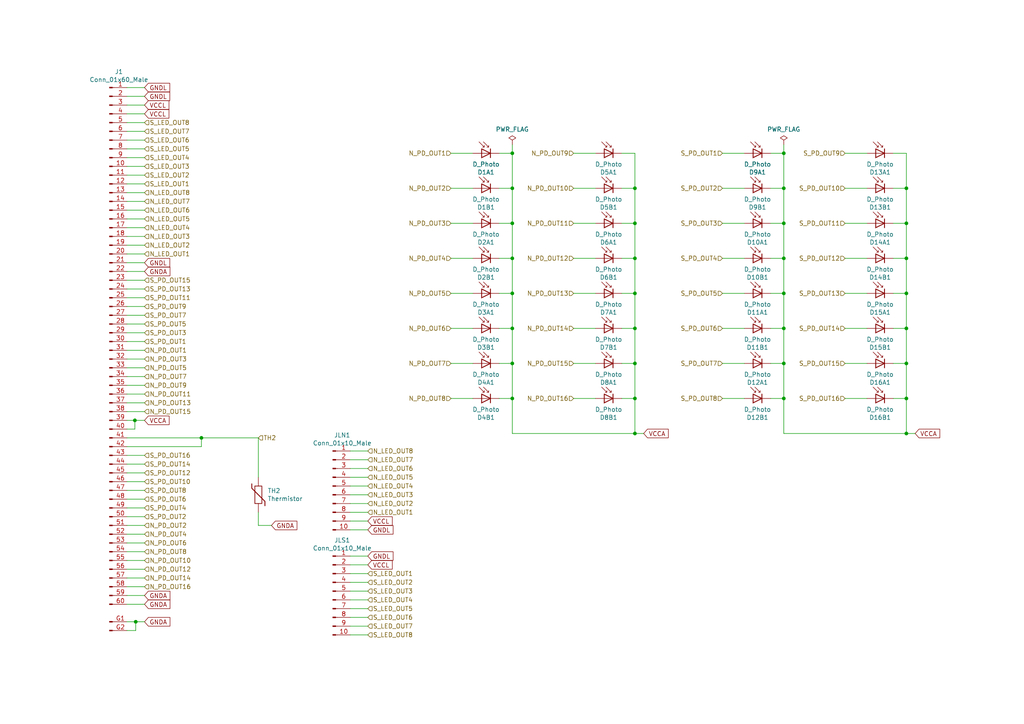
<source format=kicad_sch>
(kicad_sch (version 20211123) (generator eeschema)
  (paper "A4")
  (lib_symbols
    (symbol "Connector:Conn_01x10_Male" (pin_names (offset 1.016) hide)
      (property "Reference" "J" (at 0 12.7 0))
      (property "Value" "Conn_01x10_Male" (at 0 -15.24 0))
      (symbol "Conn_01x10_Male_1_1"
        (polyline (pts (xy 1.27 -12.7) (xy 0.8636 -12.7)) (stroke (width 0.1524)))
        (polyline (pts (xy 1.27 -10.16) (xy 0.8636 -10.16)) (stroke (width 0.1524)))
        (polyline (pts (xy 1.27 -7.62) (xy 0.8636 -7.62)) (stroke (width 0.1524)))
        (polyline (pts (xy 1.27 -5.08) (xy 0.8636 -5.08)) (stroke (width 0.1524)))
        (polyline (pts (xy 1.27 -2.54) (xy 0.8636 -2.54)) (stroke (width 0.1524)))
        (polyline (pts (xy 1.27 0) (xy 0.8636 0)) (stroke (width 0.1524)))
        (polyline (pts (xy 1.27 2.54) (xy 0.8636 2.54)) (stroke (width 0.1524)))
        (polyline (pts (xy 1.27 5.08) (xy 0.8636 5.08)) (stroke (width 0.1524)))
        (polyline (pts (xy 1.27 7.62) (xy 0.8636 7.62)) (stroke (width 0.1524)))
        (polyline (pts (xy 1.27 10.16) (xy 0.8636 10.16)) (stroke (width 0.1524)))
        (rectangle (start 0.8636 -12.573) (end 0 -12.827) (stroke (width 0.1524)) (fill (type outline)))
        (rectangle (start 0.8636 -10.033) (end 0 -10.287) (stroke (width 0.1524)) (fill (type outline)))
        (rectangle (start 0.8636 -7.493) (end 0 -7.747) (stroke (width 0.1524)) (fill (type outline)))
        (rectangle (start 0.8636 -4.953) (end 0 -5.207) (stroke (width 0.1524)) (fill (type outline)))
        (rectangle (start 0.8636 -2.413) (end 0 -2.667) (stroke (width 0.1524)) (fill (type outline)))
        (rectangle (start 0.8636 0.127) (end 0 -0.127) (stroke (width 0.1524)) (fill (type outline)))
        (rectangle (start 0.8636 2.667) (end 0 2.413) (stroke (width 0.1524)) (fill (type outline)))
        (rectangle (start 0.8636 5.207) (end 0 4.953) (stroke (width 0.1524)) (fill (type outline)))
        (rectangle (start 0.8636 7.747) (end 0 7.493) (stroke (width 0.1524)) (fill (type outline)))
        (rectangle (start 0.8636 10.287) (end 0 10.033) (stroke (width 0.1524)) (fill (type outline)))
        (pin passive line (at 5.08 10.16 180) (length 3.81) (name "Pin_1") (number "1"))
        (pin passive line (at 5.08 -12.7 180) (length 3.81) (name "Pin_10") (number "10"))
        (pin passive line (at 5.08 7.62 180) (length 3.81) (name "Pin_2") (number "2"))
        (pin passive line (at 5.08 5.08 180) (length 3.81) (name "Pin_3") (number "3"))
        (pin passive line (at 5.08 2.54 180) (length 3.81) (name "Pin_4") (number "4"))
        (pin passive line (at 5.08 0 180) (length 3.81) (name "Pin_5") (number "5"))
        (pin passive line (at 5.08 -2.54 180) (length 3.81) (name "Pin_6") (number "6"))
        (pin passive line (at 5.08 -5.08 180) (length 3.81) (name "Pin_7") (number "7"))
        (pin passive line (at 5.08 -7.62 180) (length 3.81) (name "Pin_8") (number "8"))
        (pin passive line (at 5.08 -10.16 180) (length 3.81) (name "Pin_9") (number "9"))
      )
    )
    (symbol "Device:D_Photo" (pin_numbers hide) (pin_names hide)
      (property "Reference" "D" (at 0.508 1.778 0))
      (property "Value" "D_Photo" (at -1.016 -2.794 0))
      (symbol "D_Photo_0_1"
        (polyline (pts (xy -2.54 1.27) (xy -2.54 -1.27)) (stroke (width 0.254)))
        (polyline (pts (xy -2.032 1.778) (xy -1.524 1.778)))
        (polyline (pts (xy 0 0) (xy -2.54 0)))
        (polyline (pts (xy -0.508 3.302) (xy -2.032 1.778) (xy -2.032 2.286)))
        (polyline (pts (xy 0 -1.27) (xy 0 1.27) (xy -2.54 0) (xy 0 -1.27)) (stroke (width 0.254)))
        (polyline (pts (xy 0.762 3.302) (xy -0.762 1.778) (xy -0.762 2.286) (xy -0.762 1.778) (xy -0.254 1.778)))
      )
      (symbol "D_Photo_1_1"
        (pin passive line (at -5.08 0 0) (length 2.54) (name "K") (number "1"))
        (pin passive line (at 2.54 0 180) (length 2.54) (name "A") (number "2"))
      )
    )
    (symbol "Device:Thermistor" (pin_numbers hide) (pin_names (offset 0))
      (property "Reference" "TH" (at 2.54 1.27 90))
      (property "Value" "Thermistor" (at -2.54 0 90))
      (symbol "Thermistor_0_1"
        (rectangle (start -1.016 2.54) (end 1.016 -2.54) (stroke (width 0.2032)))
        (polyline (pts (xy -1.905 3.175) (xy -1.905 1.905) (xy 1.905 -1.905) (xy 1.905 -3.175) (xy 1.905 -3.175)) (stroke (width 0.254)))
      )
      (symbol "Thermistor_1_1"
        (pin passive line (at 0 5.08 270) (length 2.54) (name "~") (number "1"))
        (pin passive line (at 0 -5.08 90) (length 2.54) (name "~") (number "2"))
      )
    )
    (symbol "Ninja-qPCR:Conn_01x60_Male" (pin_names (offset 1.016) hide)
      (property "Reference" "J" (at 0 50.8 0))
      (property "Value" "Conn_01x60_Male" (at 1.27 -113.03 0))
      (symbol "Conn_01x60_Male_1_1"
        (polyline (pts (xy 1.27 -109.22) (xy 0.8636 -109.22)) (stroke (width 0.1524)))
        (polyline (pts (xy 1.27 -106.68) (xy 0.8636 -106.68)) (stroke (width 0.1524)))
        (polyline (pts (xy 1.27 -101.6) (xy 0.8636 -101.6)) (stroke (width 0.1524)))
        (polyline (pts (xy 1.27 -99.06) (xy 0.8636 -99.06)) (stroke (width 0.1524)))
        (polyline (pts (xy 1.27 -96.52) (xy 0.8636 -96.52)) (stroke (width 0.1524)))
        (polyline (pts (xy 1.27 -93.98) (xy 0.8636 -93.98)) (stroke (width 0.1524)))
        (polyline (pts (xy 1.27 -91.44) (xy 0.8636 -91.44)) (stroke (width 0.1524)))
        (polyline (pts (xy 1.27 -88.9) (xy 0.8636 -88.9)) (stroke (width 0.1524)))
        (polyline (pts (xy 1.27 -86.36) (xy 0.8636 -86.36)) (stroke (width 0.1524)))
        (polyline (pts (xy 1.27 -83.82) (xy 0.8636 -83.82)) (stroke (width 0.1524)))
        (polyline (pts (xy 1.27 -81.28) (xy 0.8636 -81.28)) (stroke (width 0.1524)))
        (polyline (pts (xy 1.27 -78.74) (xy 0.8636 -78.74)) (stroke (width 0.1524)))
        (polyline (pts (xy 1.27 -76.2) (xy 0.8636 -76.2)) (stroke (width 0.1524)))
        (polyline (pts (xy 1.27 -73.66) (xy 0.8636 -73.66)) (stroke (width 0.1524)))
        (polyline (pts (xy 1.27 -71.12) (xy 0.8636 -71.12)) (stroke (width 0.1524)))
        (polyline (pts (xy 1.27 -68.58) (xy 0.8636 -68.58)) (stroke (width 0.1524)))
        (polyline (pts (xy 1.27 -66.04) (xy 0.8636 -66.04)) (stroke (width 0.1524)))
        (polyline (pts (xy 1.27 -63.5) (xy 0.8636 -63.5)) (stroke (width 0.1524)))
        (polyline (pts (xy 1.27 -60.96) (xy 0.8636 -60.96)) (stroke (width 0.1524)))
        (polyline (pts (xy 1.27 -58.42) (xy 0.8636 -58.42)) (stroke (width 0.1524)))
        (polyline (pts (xy 1.27 -55.88) (xy 0.8636 -55.88)) (stroke (width 0.1524)))
        (polyline (pts (xy 1.27 -53.34) (xy 0.8636 -53.34)) (stroke (width 0.1524)))
        (polyline (pts (xy 1.27 -50.8) (xy 0.8636 -50.8)) (stroke (width 0.1524)))
        (polyline (pts (xy 1.27 -48.26) (xy 0.8636 -48.26)) (stroke (width 0.1524)))
        (polyline (pts (xy 1.27 -45.72) (xy 0.8636 -45.72)) (stroke (width 0.1524)))
        (polyline (pts (xy 1.27 -43.18) (xy 0.8636 -43.18)) (stroke (width 0.1524)))
        (polyline (pts (xy 1.27 -40.64) (xy 0.8636 -40.64)) (stroke (width 0.1524)))
        (polyline (pts (xy 1.27 -38.1) (xy 0.8636 -38.1)) (stroke (width 0.1524)))
        (polyline (pts (xy 1.27 -35.56) (xy 0.8636 -35.56)) (stroke (width 0.1524)))
        (polyline (pts (xy 1.27 -33.02) (xy 0.8636 -33.02)) (stroke (width 0.1524)))
        (polyline (pts (xy 1.27 -30.48) (xy 0.8636 -30.48)) (stroke (width 0.1524)))
        (polyline (pts (xy 1.27 -27.94) (xy 0.8636 -27.94)) (stroke (width 0.1524)))
        (polyline (pts (xy 1.27 -25.4) (xy 0.8636 -25.4)) (stroke (width 0.1524)))
        (polyline (pts (xy 1.27 -22.86) (xy 0.8636 -22.86)) (stroke (width 0.1524)))
        (polyline (pts (xy 1.27 -20.32) (xy 0.8636 -20.32)) (stroke (width 0.1524)))
        (polyline (pts (xy 1.27 -17.78) (xy 0.8636 -17.78)) (stroke (width 0.1524)))
        (polyline (pts (xy 1.27 -15.24) (xy 0.8636 -15.24)) (stroke (width 0.1524)))
        (polyline (pts (xy 1.27 -12.7) (xy 0.8636 -12.7)) (stroke (width 0.1524)))
        (polyline (pts (xy 1.27 -10.16) (xy 0.8636 -10.16)) (stroke (width 0.1524)))
        (polyline (pts (xy 1.27 -7.62) (xy 0.8636 -7.62)) (stroke (width 0.1524)))
        (polyline (pts (xy 1.27 -5.08) (xy 0.8636 -5.08)) (stroke (width 0.1524)))
        (polyline (pts (xy 1.27 -2.54) (xy 0.8636 -2.54)) (stroke (width 0.1524)))
        (polyline (pts (xy 1.27 0) (xy 0.8636 0)) (stroke (width 0.1524)))
        (polyline (pts (xy 1.27 2.54) (xy 0.8636 2.54)) (stroke (width 0.1524)))
        (polyline (pts (xy 1.27 5.08) (xy 0.8636 5.08)) (stroke (width 0.1524)))
        (polyline (pts (xy 1.27 7.62) (xy 0.8636 7.62)) (stroke (width 0.1524)))
        (polyline (pts (xy 1.27 10.16) (xy 0.8636 10.16)) (stroke (width 0.1524)))
        (polyline (pts (xy 1.27 12.7) (xy 0.8636 12.7)) (stroke (width 0.1524)))
        (polyline (pts (xy 1.27 15.24) (xy 0.8636 15.24)) (stroke (width 0.1524)))
        (polyline (pts (xy 1.27 17.78) (xy 0.8636 17.78)) (stroke (width 0.1524)))
        (polyline (pts (xy 1.27 20.32) (xy 0.8636 20.32)) (stroke (width 0.1524)))
        (polyline (pts (xy 1.27 22.86) (xy 0.8636 22.86)) (stroke (width 0.1524)))
        (polyline (pts (xy 1.27 25.4) (xy 0.8636 25.4)) (stroke (width 0.1524)))
        (polyline (pts (xy 1.27 27.94) (xy 0.8636 27.94)) (stroke (width 0.1524)))
        (polyline (pts (xy 1.27 30.48) (xy 0.8636 30.48)) (stroke (width 0.1524)))
        (polyline (pts (xy 1.27 33.02) (xy 0.8636 33.02)) (stroke (width 0.1524)))
        (polyline (pts (xy 1.27 35.56) (xy 0.8636 35.56)) (stroke (width 0.1524)))
        (polyline (pts (xy 1.27 38.1) (xy 0.8636 38.1)) (stroke (width 0.1524)))
        (polyline (pts (xy 1.27 40.64) (xy 0.8636 40.64)) (stroke (width 0.1524)))
        (polyline (pts (xy 1.27 43.18) (xy 0.8636 43.18)) (stroke (width 0.1524)))
        (polyline (pts (xy 1.27 45.72) (xy 0.8636 45.72)) (stroke (width 0.1524)))
        (polyline (pts (xy 1.27 48.26) (xy 0.8636 48.26)) (stroke (width 0.1524)))
        (rectangle (start 0.8636 -109.093) (end 0 -109.347) (stroke (width 0.1524)) (fill (type outline)))
        (rectangle (start 0.8636 -106.553) (end 0 -106.807) (stroke (width 0.1524)) (fill (type outline)))
        (rectangle (start 0.8636 -101.473) (end 0 -101.727) (stroke (width 0.1524)) (fill (type outline)))
        (rectangle (start 0.8636 -98.933) (end 0 -99.187) (stroke (width 0.1524)) (fill (type outline)))
        (rectangle (start 0.8636 -96.393) (end 0 -96.647) (stroke (width 0.1524)) (fill (type outline)))
        (rectangle (start 0.8636 -93.853) (end 0 -94.107) (stroke (width 0.1524)) (fill (type outline)))
        (rectangle (start 0.8636 -91.313) (end 0 -91.567) (stroke (width 0.1524)) (fill (type outline)))
        (rectangle (start 0.8636 -88.773) (end 0 -89.027) (stroke (width 0.1524)) (fill (type outline)))
        (rectangle (start 0.8636 -86.233) (end 0 -86.487) (stroke (width 0.1524)) (fill (type outline)))
        (rectangle (start 0.8636 -83.693) (end 0 -83.947) (stroke (width 0.1524)) (fill (type outline)))
        (rectangle (start 0.8636 -81.153) (end 0 -81.407) (stroke (width 0.1524)) (fill (type outline)))
        (rectangle (start 0.8636 -78.613) (end 0 -78.867) (stroke (width 0.1524)) (fill (type outline)))
        (rectangle (start 0.8636 -76.073) (end 0 -76.327) (stroke (width 0.1524)) (fill (type outline)))
        (rectangle (start 0.8636 -73.533) (end 0 -73.787) (stroke (width 0.1524)) (fill (type outline)))
        (rectangle (start 0.8636 -70.993) (end 0 -71.247) (stroke (width 0.1524)) (fill (type outline)))
        (rectangle (start 0.8636 -68.453) (end 0 -68.707) (stroke (width 0.1524)) (fill (type outline)))
        (rectangle (start 0.8636 -65.913) (end 0 -66.167) (stroke (width 0.1524)) (fill (type outline)))
        (rectangle (start 0.8636 -63.373) (end 0 -63.627) (stroke (width 0.1524)) (fill (type outline)))
        (rectangle (start 0.8636 -60.833) (end 0 -61.087) (stroke (width 0.1524)) (fill (type outline)))
        (rectangle (start 0.8636 -58.293) (end 0 -58.547) (stroke (width 0.1524)) (fill (type outline)))
        (rectangle (start 0.8636 -55.753) (end 0 -56.007) (stroke (width 0.1524)) (fill (type outline)))
        (rectangle (start 0.8636 -53.213) (end 0 -53.467) (stroke (width 0.1524)) (fill (type outline)))
        (rectangle (start 0.8636 -50.673) (end 0 -50.927) (stroke (width 0.1524)) (fill (type outline)))
        (rectangle (start 0.8636 -48.133) (end 0 -48.387) (stroke (width 0.1524)) (fill (type outline)))
        (rectangle (start 0.8636 -45.593) (end 0 -45.847) (stroke (width 0.1524)) (fill (type outline)))
        (rectangle (start 0.8636 -43.053) (end 0 -43.307) (stroke (width 0.1524)) (fill (type outline)))
        (rectangle (start 0.8636 -40.513) (end 0 -40.767) (stroke (width 0.1524)) (fill (type outline)))
        (rectangle (start 0.8636 -37.973) (end 0 -38.227) (stroke (width 0.1524)) (fill (type outline)))
        (rectangle (start 0.8636 -35.433) (end 0 -35.687) (stroke (width 0.1524)) (fill (type outline)))
        (rectangle (start 0.8636 -32.893) (end 0 -33.147) (stroke (width 0.1524)) (fill (type outline)))
        (rectangle (start 0.8636 -30.353) (end 0 -30.607) (stroke (width 0.1524)) (fill (type outline)))
        (rectangle (start 0.8636 -27.813) (end 0 -28.067) (stroke (width 0.1524)) (fill (type outline)))
        (rectangle (start 0.8636 -25.273) (end 0 -25.527) (stroke (width 0.1524)) (fill (type outline)))
        (rectangle (start 0.8636 -22.733) (end 0 -22.987) (stroke (width 0.1524)) (fill (type outline)))
        (rectangle (start 0.8636 -20.193) (end 0 -20.447) (stroke (width 0.1524)) (fill (type outline)))
        (rectangle (start 0.8636 -17.653) (end 0 -17.907) (stroke (width 0.1524)) (fill (type outline)))
        (rectangle (start 0.8636 -15.113) (end 0 -15.367) (stroke (width 0.1524)) (fill (type outline)))
        (rectangle (start 0.8636 -12.573) (end 0 -12.827) (stroke (width 0.1524)) (fill (type outline)))
        (rectangle (start 0.8636 -10.033) (end 0 -10.287) (stroke (width 0.1524)) (fill (type outline)))
        (rectangle (start 0.8636 -7.493) (end 0 -7.747) (stroke (width 0.1524)) (fill (type outline)))
        (rectangle (start 0.8636 -4.953) (end 0 -5.207) (stroke (width 0.1524)) (fill (type outline)))
        (rectangle (start 0.8636 -2.413) (end 0 -2.667) (stroke (width 0.1524)) (fill (type outline)))
        (rectangle (start 0.8636 0.127) (end 0 -0.127) (stroke (width 0.1524)) (fill (type outline)))
        (rectangle (start 0.8636 2.667) (end 0 2.413) (stroke (width 0.1524)) (fill (type outline)))
        (rectangle (start 0.8636 5.207) (end 0 4.953) (stroke (width 0.1524)) (fill (type outline)))
        (rectangle (start 0.8636 7.747) (end 0 7.493) (stroke (width 0.1524)) (fill (type outline)))
        (rectangle (start 0.8636 10.287) (end 0 10.033) (stroke (width 0.1524)) (fill (type outline)))
        (rectangle (start 0.8636 12.827) (end 0 12.573) (stroke (width 0.1524)) (fill (type outline)))
        (rectangle (start 0.8636 15.367) (end 0 15.113) (stroke (width 0.1524)) (fill (type outline)))
        (rectangle (start 0.8636 17.907) (end 0 17.653) (stroke (width 0.1524)) (fill (type outline)))
        (rectangle (start 0.8636 20.447) (end 0 20.193) (stroke (width 0.1524)) (fill (type outline)))
        (rectangle (start 0.8636 22.987) (end 0 22.733) (stroke (width 0.1524)) (fill (type outline)))
        (rectangle (start 0.8636 25.527) (end 0 25.273) (stroke (width 0.1524)) (fill (type outline)))
        (rectangle (start 0.8636 28.067) (end 0 27.813) (stroke (width 0.1524)) (fill (type outline)))
        (rectangle (start 0.8636 30.607) (end 0 30.353) (stroke (width 0.1524)) (fill (type outline)))
        (rectangle (start 0.8636 33.147) (end 0 32.893) (stroke (width 0.1524)) (fill (type outline)))
        (rectangle (start 0.8636 35.687) (end 0 35.433) (stroke (width 0.1524)) (fill (type outline)))
        (rectangle (start 0.8636 38.227) (end 0 37.973) (stroke (width 0.1524)) (fill (type outline)))
        (rectangle (start 0.8636 40.767) (end 0 40.513) (stroke (width 0.1524)) (fill (type outline)))
        (rectangle (start 0.8636 43.307) (end 0 43.053) (stroke (width 0.1524)) (fill (type outline)))
        (rectangle (start 0.8636 45.847) (end 0 45.593) (stroke (width 0.1524)) (fill (type outline)))
        (rectangle (start 0.8636 48.387) (end 0 48.133) (stroke (width 0.1524)) (fill (type outline)))
        (pin passive line (at 5.08 48.26 180) (length 3.81) (name "Pin_1") (number "1"))
        (pin passive line (at 5.08 25.4 180) (length 3.81) (name "Pin_10") (number "10"))
        (pin passive line (at 5.08 22.86 180) (length 3.81) (name "Pin_11") (number "11"))
        (pin passive line (at 5.08 20.32 180) (length 3.81) (name "Pin_12") (number "12"))
        (pin passive line (at 5.08 17.78 180) (length 3.81) (name "Pin_13") (number "13"))
        (pin passive line (at 5.08 15.24 180) (length 3.81) (name "Pin_14") (number "14"))
        (pin passive line (at 5.08 12.7 180) (length 3.81) (name "Pin_15") (number "15"))
        (pin passive line (at 5.08 10.16 180) (length 3.81) (name "Pin_16") (number "16"))
        (pin passive line (at 5.08 7.62 180) (length 3.81) (name "Pin_17") (number "17"))
        (pin passive line (at 5.08 5.08 180) (length 3.81) (name "Pin_18") (number "18"))
        (pin passive line (at 5.08 2.54 180) (length 3.81) (name "Pin_19") (number "19"))
        (pin passive line (at 5.08 45.72 180) (length 3.81) (name "Pin_2") (number "2"))
        (pin passive line (at 5.08 0 180) (length 3.81) (name "Pin_20") (number "20"))
        (pin passive line (at 5.08 -2.54 180) (length 3.81) (name "Pin_21") (number "21"))
        (pin passive line (at 5.08 -5.08 180) (length 3.81) (name "Pin_22") (number "22"))
        (pin passive line (at 5.08 -7.62 180) (length 3.81) (name "Pin_23") (number "23"))
        (pin passive line (at 5.08 -10.16 180) (length 3.81) (name "Pin_24") (number "24"))
        (pin passive line (at 5.08 -12.7 180) (length 3.81) (name "Pin_25") (number "25"))
        (pin passive line (at 5.08 -15.24 180) (length 3.81) (name "Pin_26") (number "26"))
        (pin passive line (at 5.08 -17.78 180) (length 3.81) (name "Pin_27") (number "27"))
        (pin passive line (at 5.08 -20.32 180) (length 3.81) (name "Pin_28") (number "28"))
        (pin passive line (at 5.08 -22.86 180) (length 3.81) (name "Pin_29") (number "29"))
        (pin passive line (at 5.08 43.18 180) (length 3.81) (name "Pin_3") (number "3"))
        (pin passive line (at 5.08 -25.4 180) (length 3.81) (name "Pin_30") (number "30"))
        (pin passive line (at 5.08 -27.94 180) (length 3.81) (name "Pin_31") (number "31"))
        (pin passive line (at 5.08 -30.48 180) (length 3.81) (name "Pin_32") (number "32"))
        (pin passive line (at 5.08 -33.02 180) (length 3.81) (name "Pin_33") (number "33"))
        (pin passive line (at 5.08 -35.56 180) (length 3.81) (name "Pin_34") (number "34"))
        (pin passive line (at 5.08 -38.1 180) (length 3.81) (name "Pin_35") (number "35"))
        (pin passive line (at 5.08 -40.64 180) (length 3.81) (name "Pin_36") (number "36"))
        (pin passive line (at 5.08 -43.18 180) (length 3.81) (name "Pin_37") (number "37"))
        (pin passive line (at 5.08 -45.72 180) (length 3.81) (name "Pin_38") (number "38"))
        (pin passive line (at 5.08 -48.26 180) (length 3.81) (name "Pin_39") (number "39"))
        (pin passive line (at 5.08 40.64 180) (length 3.81) (name "Pin_4") (number "4"))
        (pin passive line (at 5.08 -50.8 180) (length 3.81) (name "Pin_40") (number "40"))
        (pin passive line (at 5.08 -53.34 180) (length 3.81) (name "Pin_41") (number "41"))
        (pin passive line (at 5.08 -55.88 180) (length 3.81) (name "Pin_42") (number "42"))
        (pin passive line (at 5.08 -58.42 180) (length 3.81) (name "Pin_43") (number "43"))
        (pin passive line (at 5.08 -60.96 180) (length 3.81) (name "Pin_44") (number "44"))
        (pin passive line (at 5.08 -63.5 180) (length 3.81) (name "Pin_45") (number "45"))
        (pin passive line (at 5.08 -66.04 180) (length 3.81) (name "Pin_46") (number "46"))
        (pin passive line (at 5.08 -68.58 180) (length 3.81) (name "Pin_47") (number "47"))
        (pin passive line (at 5.08 -71.12 180) (length 3.81) (name "Pin_48") (number "48"))
        (pin passive line (at 5.08 -73.66 180) (length 3.81) (name "Pin_49") (number "49"))
        (pin passive line (at 5.08 38.1 180) (length 3.81) (name "Pin_5") (number "5"))
        (pin passive line (at 5.08 -76.2 180) (length 3.81) (name "Pin_50") (number "50"))
        (pin passive line (at 5.08 -78.74 180) (length 3.81) (name "Pin_51") (number "51"))
        (pin passive line (at 5.08 -81.28 180) (length 3.81) (name "Pin_52") (number "52"))
        (pin passive line (at 5.08 -83.82 180) (length 3.81) (name "Pin_53") (number "53"))
        (pin passive line (at 5.08 -86.36 180) (length 3.81) (name "Pin_54") (number "54"))
        (pin passive line (at 5.08 -88.9 180) (length 3.81) (name "Pin_55") (number "55"))
        (pin passive line (at 5.08 -91.44 180) (length 3.81) (name "Pin_56") (number "56"))
        (pin passive line (at 5.08 -93.98 180) (length 3.81) (name "Pin_57") (number "57"))
        (pin passive line (at 5.08 -96.52 180) (length 3.81) (name "Pin_58") (number "58"))
        (pin passive line (at 5.08 -99.06 180) (length 3.81) (name "Pin_59") (number "59"))
        (pin passive line (at 5.08 35.56 180) (length 3.81) (name "Pin_6") (number "6"))
        (pin passive line (at 5.08 -101.6 180) (length 3.81) (name "Pin_60") (number "60"))
        (pin passive line (at 5.08 33.02 180) (length 3.81) (name "Pin_7") (number "7"))
        (pin passive line (at 5.08 30.48 180) (length 3.81) (name "Pin_8") (number "8"))
        (pin passive line (at 5.08 27.94 180) (length 3.81) (name "Pin_9") (number "9"))
        (pin passive line (at 5.08 -106.68 180) (length 3.81) (name "Pin_G1") (number "G1"))
        (pin passive line (at 5.08 -109.22 180) (length 3.81) (name "Pin_G2") (number "G2"))
      )
    )
    (symbol "power:PWR_FLAG" (power) (pin_numbers hide) (pin_names (offset 0) hide)
      (property "Value" "PWR_FLAG" (at 0 3.81 0))
      (symbol "PWR_FLAG_0_0"
        (pin power_out line (at 0 0 90) (length 0) (name "pwr") (number "1"))
      )
      (symbol "PWR_FLAG_0_1"
        (polyline (pts (xy 0 0) (xy 0 1.27) (xy -1.016 1.905) (xy 0 2.54) (xy 1.016 1.905) (xy 0 1.27)))
      )
    )
  )
  (junction (at 227.33 74.93))
  (junction (at 262.89 54.61))
  (junction (at 262.89 95.25))
  (junction (at 184.15 74.93))
  (junction (at 184.15 54.61))
  (junction (at 262.89 125.73))
  (junction (at 262.89 74.93))
  (junction (at 148.59 105.41))
  (junction (at 262.89 115.57))
  (junction (at 148.59 95.25))
  (junction (at 227.33 115.57))
  (junction (at 227.33 95.25))
  (junction (at 58.42 127))
  (junction (at 148.59 44.45))
  (junction (at 148.59 54.61))
  (junction (at 184.15 115.57))
  (junction (at 39.37 180.34))
  (junction (at 184.15 64.77))
  (junction (at 227.33 54.61))
  (junction (at 262.89 85.09))
  (junction (at 184.15 85.09))
  (junction (at 148.59 74.93))
  (junction (at 227.33 105.41))
  (junction (at 227.33 44.45))
  (junction (at 227.33 64.77))
  (junction (at 148.59 115.57))
  (junction (at 262.89 105.41))
  (junction (at 148.59 64.77))
  (junction (at 184.15 125.73))
  (junction (at 184.15 105.41))
  (junction (at 227.33 85.09))
  (junction (at 184.15 95.25))
  (junction (at 39.116 121.92))
  (junction (at 262.89 64.77))
  (junction (at 148.59 85.09))
  (wire (pts (xy 36.83 63.5) (xy 41.91 63.5)))
  (wire (pts (xy 36.83 73.66) (xy 41.91 73.66)))
  (wire (pts (xy 166.37 64.77) (xy 172.72 64.77)))
  (wire (pts (xy 39.116 121.92) (xy 41.91 121.92)))
  (wire (pts (xy 36.83 157.48) (xy 41.91 157.48)))
  (wire (pts (xy 74.93 148.59) (xy 74.93 152.4)))
  (wire (pts (xy 39.37 182.88) (xy 39.37 180.34)))
  (wire (pts (xy 106.68 168.91) (xy 101.6 168.91)))
  (wire (pts (xy 166.37 85.09) (xy 172.72 85.09)))
  (wire (pts (xy 227.33 54.61) (xy 227.33 64.77)))
  (wire (pts (xy 180.34 64.77) (xy 184.15 64.77)))
  (wire (pts (xy 209.55 54.61) (xy 215.9 54.61)))
  (wire (pts (xy 180.34 74.93) (xy 184.15 74.93)))
  (wire (pts (xy 41.91 165.1) (xy 36.83 165.1)))
  (wire (pts (xy 148.59 54.61) (xy 148.59 64.77)))
  (wire (pts (xy 259.08 44.45) (xy 262.89 44.45)))
  (wire (pts (xy 223.52 85.09) (xy 227.33 85.09)))
  (wire (pts (xy 58.42 127) (xy 74.93 127)))
  (wire (pts (xy 144.78 74.93) (xy 148.59 74.93)))
  (wire (pts (xy 184.15 95.25) (xy 184.15 105.41)))
  (wire (pts (xy 166.37 54.61) (xy 172.72 54.61)))
  (wire (pts (xy 41.91 114.3) (xy 36.83 114.3)))
  (wire (pts (xy 101.6 133.35) (xy 106.68 133.35)))
  (wire (pts (xy 41.91 170.18) (xy 36.83 170.18)))
  (wire (pts (xy 106.68 184.15) (xy 101.6 184.15)))
  (wire (pts (xy 144.78 64.77) (xy 148.59 64.77)))
  (wire (pts (xy 245.11 85.09) (xy 251.46 85.09)))
  (wire (pts (xy 144.78 44.45) (xy 148.59 44.45)))
  (wire (pts (xy 36.83 162.56) (xy 41.91 162.56)))
  (wire (pts (xy 227.33 74.93) (xy 227.33 85.09)))
  (wire (pts (xy 259.08 115.57) (xy 262.89 115.57)))
  (wire (pts (xy 144.78 85.09) (xy 148.59 85.09)))
  (wire (pts (xy 36.83 106.68) (xy 41.91 106.68)))
  (wire (pts (xy 148.59 44.45) (xy 148.59 54.61)))
  (wire (pts (xy 36.83 27.94) (xy 41.91 27.94)))
  (wire (pts (xy 227.33 85.09) (xy 227.33 95.25)))
  (wire (pts (xy 39.116 124.46) (xy 39.116 121.92)))
  (wire (pts (xy 36.83 124.46) (xy 39.116 124.46)))
  (wire (pts (xy 209.55 85.09) (xy 215.9 85.09)))
  (wire (pts (xy 36.83 45.72) (xy 41.91 45.72)))
  (wire (pts (xy 262.89 95.25) (xy 262.89 105.41)))
  (wire (pts (xy 36.83 147.32) (xy 41.91 147.32)))
  (wire (pts (xy 223.52 74.93) (xy 227.33 74.93)))
  (wire (pts (xy 36.83 58.42) (xy 41.91 58.42)))
  (wire (pts (xy 36.83 43.18) (xy 41.91 43.18)))
  (wire (pts (xy 36.83 68.58) (xy 41.91 68.58)))
  (wire (pts (xy 36.83 76.2) (xy 41.91 76.2)))
  (wire (pts (xy 36.83 182.88) (xy 39.37 182.88)))
  (wire (pts (xy 209.55 64.77) (xy 215.9 64.77)))
  (wire (pts (xy 41.91 139.7) (xy 36.83 139.7)))
  (wire (pts (xy 106.68 140.97) (xy 101.6 140.97)))
  (wire (pts (xy 74.93 127) (xy 74.93 138.43)))
  (wire (pts (xy 36.83 33.02) (xy 41.91 33.02)))
  (wire (pts (xy 184.15 105.41) (xy 184.15 115.57)))
  (wire (pts (xy 144.78 95.25) (xy 148.59 95.25)))
  (wire (pts (xy 130.81 85.09) (xy 137.16 85.09)))
  (wire (pts (xy 148.59 64.77) (xy 148.59 74.93)))
  (wire (pts (xy 184.15 44.45) (xy 184.15 54.61)))
  (wire (pts (xy 180.34 115.57) (xy 184.15 115.57)))
  (wire (pts (xy 166.37 95.25) (xy 172.72 95.25)))
  (wire (pts (xy 36.83 137.16) (xy 41.91 137.16)))
  (wire (pts (xy 74.93 152.4) (xy 78.74 152.4)))
  (wire (pts (xy 106.68 146.05) (xy 101.6 146.05)))
  (wire (pts (xy 223.52 115.57) (xy 227.33 115.57)))
  (wire (pts (xy 41.91 149.86) (xy 36.83 149.86)))
  (wire (pts (xy 148.59 115.57) (xy 148.59 125.73)))
  (wire (pts (xy 184.15 115.57) (xy 184.15 125.73)))
  (wire (pts (xy 36.83 167.64) (xy 41.91 167.64)))
  (wire (pts (xy 259.08 54.61) (xy 262.89 54.61)))
  (wire (pts (xy 209.55 105.41) (xy 215.9 105.41)))
  (wire (pts (xy 36.83 142.24) (xy 41.91 142.24)))
  (wire (pts (xy 101.6 143.51) (xy 106.68 143.51)))
  (wire (pts (xy 180.34 95.25) (xy 184.15 95.25)))
  (wire (pts (xy 245.11 44.45) (xy 251.46 44.45)))
  (wire (pts (xy 36.83 121.92) (xy 39.116 121.92)))
  (wire (pts (xy 36.83 175.26) (xy 41.91 175.26)))
  (wire (pts (xy 144.78 115.57) (xy 148.59 115.57)))
  (wire (pts (xy 209.55 74.93) (xy 215.9 74.93)))
  (wire (pts (xy 41.91 160.02) (xy 36.83 160.02)))
  (wire (pts (xy 36.83 180.34) (xy 39.37 180.34)))
  (wire (pts (xy 101.6 153.67) (xy 106.68 153.67)))
  (wire (pts (xy 36.83 60.96) (xy 41.91 60.96)))
  (wire (pts (xy 144.78 105.41) (xy 148.59 105.41)))
  (wire (pts (xy 36.83 53.34) (xy 41.91 53.34)))
  (wire (pts (xy 101.6 138.43) (xy 106.68 138.43)))
  (wire (pts (xy 259.08 85.09) (xy 262.89 85.09)))
  (wire (pts (xy 106.68 130.81) (xy 101.6 130.81)))
  (wire (pts (xy 41.91 134.62) (xy 36.83 134.62)))
  (wire (pts (xy 41.91 99.06) (xy 36.83 99.06)))
  (wire (pts (xy 106.68 171.45) (xy 101.6 171.45)))
  (wire (pts (xy 36.83 30.48) (xy 41.91 30.48)))
  (wire (pts (xy 36.83 101.6) (xy 41.91 101.6)))
  (wire (pts (xy 259.08 105.41) (xy 262.89 105.41)))
  (wire (pts (xy 262.89 85.09) (xy 262.89 95.25)))
  (wire (pts (xy 180.34 44.45) (xy 184.15 44.45)))
  (wire (pts (xy 106.68 173.99) (xy 101.6 173.99)))
  (wire (pts (xy 180.34 85.09) (xy 184.15 85.09)))
  (wire (pts (xy 36.83 48.26) (xy 41.91 48.26)))
  (wire (pts (xy 227.33 115.57) (xy 227.33 125.73)))
  (wire (pts (xy 245.11 105.41) (xy 251.46 105.41)))
  (wire (pts (xy 130.81 44.45) (xy 137.16 44.45)))
  (wire (pts (xy 36.83 116.84) (xy 41.91 116.84)))
  (wire (pts (xy 180.34 54.61) (xy 184.15 54.61)))
  (wire (pts (xy 36.83 40.64) (xy 41.91 40.64)))
  (wire (pts (xy 106.68 135.89) (xy 101.6 135.89)))
  (wire (pts (xy 184.15 85.09) (xy 184.15 95.25)))
  (wire (pts (xy 148.59 105.41) (xy 148.59 115.57)))
  (wire (pts (xy 130.81 64.77) (xy 137.16 64.77)))
  (wire (pts (xy 36.83 111.76) (xy 41.91 111.76)))
  (wire (pts (xy 148.59 85.09) (xy 148.59 95.25)))
  (wire (pts (xy 184.15 74.93) (xy 184.15 85.09)))
  (wire (pts (xy 245.11 64.77) (xy 251.46 64.77)))
  (wire (pts (xy 184.15 125.73) (xy 148.59 125.73)))
  (wire (pts (xy 36.83 35.56) (xy 41.91 35.56)))
  (wire (pts (xy 148.59 95.25) (xy 148.59 105.41)))
  (wire (pts (xy 245.11 74.93) (xy 251.46 74.93)))
  (wire (pts (xy 36.83 129.54) (xy 58.42 129.54)))
  (wire (pts (xy 36.83 127) (xy 58.42 127)))
  (wire (pts (xy 223.52 54.61) (xy 227.33 54.61)))
  (wire (pts (xy 227.33 64.77) (xy 227.33 74.93)))
  (wire (pts (xy 227.33 105.41) (xy 227.33 115.57)))
  (wire (pts (xy 36.83 38.1) (xy 41.91 38.1)))
  (wire (pts (xy 259.08 95.25) (xy 262.89 95.25)))
  (wire (pts (xy 223.52 64.77) (xy 227.33 64.77)))
  (wire (pts (xy 184.15 54.61) (xy 184.15 64.77)))
  (wire (pts (xy 180.34 105.41) (xy 184.15 105.41)))
  (wire (pts (xy 262.89 105.41) (xy 262.89 115.57)))
  (wire (pts (xy 262.89 54.61) (xy 262.89 64.77)))
  (wire (pts (xy 36.83 81.28) (xy 41.91 81.28)))
  (wire (pts (xy 262.89 64.77) (xy 262.89 74.93)))
  (wire (pts (xy 106.68 151.13) (xy 101.6 151.13)))
  (wire (pts (xy 265.43 125.73) (xy 262.89 125.73)))
  (wire (pts (xy 36.83 152.4) (xy 41.91 152.4)))
  (wire (pts (xy 262.89 74.93) (xy 262.89 85.09)))
  (wire (pts (xy 101.6 148.59) (xy 106.68 148.59)))
  (wire (pts (xy 130.81 105.41) (xy 137.16 105.41)))
  (wire (pts (xy 209.55 95.25) (xy 215.9 95.25)))
  (wire (pts (xy 148.59 41.91) (xy 148.59 44.45)))
  (wire (pts (xy 245.11 95.25) (xy 251.46 95.25)))
  (wire (pts (xy 227.33 95.25) (xy 227.33 105.41)))
  (wire (pts (xy 144.78 54.61) (xy 148.59 54.61)))
  (wire (pts (xy 36.83 96.52) (xy 41.91 96.52)))
  (wire (pts (xy 36.83 55.88) (xy 41.91 55.88)))
  (wire (pts (xy 106.68 179.07) (xy 101.6 179.07)))
  (wire (pts (xy 186.69 125.73) (xy 184.15 125.73)))
  (wire (pts (xy 227.33 44.45) (xy 227.33 54.61)))
  (wire (pts (xy 36.83 78.74) (xy 41.91 78.74)))
  (wire (pts (xy 259.08 64.77) (xy 262.89 64.77)))
  (wire (pts (xy 36.83 91.44) (xy 41.91 91.44)))
  (wire (pts (xy 209.55 115.57) (xy 215.9 115.57)))
  (wire (pts (xy 36.83 50.8) (xy 41.91 50.8)))
  (wire (pts (xy 262.89 44.45) (xy 262.89 54.61)))
  (wire (pts (xy 41.91 104.14) (xy 36.83 104.14)))
  (wire (pts (xy 245.11 54.61) (xy 251.46 54.61)))
  (wire (pts (xy 148.59 74.93) (xy 148.59 85.09)))
  (wire (pts (xy 130.81 54.61) (xy 137.16 54.61)))
  (wire (pts (xy 166.37 44.45) (xy 172.72 44.45)))
  (wire (pts (xy 262.89 125.73) (xy 227.33 125.73)))
  (wire (pts (xy 166.37 74.93) (xy 172.72 74.93)))
  (wire (pts (xy 106.68 161.29) (xy 101.6 161.29)))
  (wire (pts (xy 41.91 119.38) (xy 36.83 119.38)))
  (wire (pts (xy 106.68 163.83) (xy 101.6 163.83)))
  (wire (pts (xy 223.52 105.41) (xy 227.33 105.41)))
  (wire (pts (xy 41.91 93.98) (xy 36.83 93.98)))
  (wire (pts (xy 262.89 115.57) (xy 262.89 125.73)))
  (wire (pts (xy 227.33 41.91) (xy 227.33 44.45)))
  (wire (pts (xy 130.81 115.57) (xy 137.16 115.57)))
  (wire (pts (xy 39.37 180.34) (xy 41.91 180.34)))
  (wire (pts (xy 259.08 74.93) (xy 262.89 74.93)))
  (wire (pts (xy 36.83 66.04) (xy 41.91 66.04)))
  (wire (pts (xy 41.91 109.22) (xy 36.83 109.22)))
  (wire (pts (xy 58.42 127) (xy 58.42 129.54)))
  (wire (pts (xy 130.81 74.93) (xy 137.16 74.93)))
  (wire (pts (xy 36.83 25.4) (xy 41.91 25.4)))
  (wire (pts (xy 106.68 166.37) (xy 101.6 166.37)))
  (wire (pts (xy 209.55 44.45) (xy 215.9 44.45)))
  (wire (pts (xy 223.52 44.45) (xy 227.33 44.45)))
  (wire (pts (xy 184.15 64.77) (xy 184.15 74.93)))
  (wire (pts (xy 106.68 176.53) (xy 101.6 176.53)))
  (wire (pts (xy 41.91 88.9) (xy 36.83 88.9)))
  (wire (pts (xy 36.83 86.36) (xy 41.91 86.36)))
  (wire (pts (xy 245.11 115.57) (xy 251.46 115.57)))
  (wire (pts (xy 41.91 144.78) (xy 36.83 144.78)))
  (wire (pts (xy 130.81 95.25) (xy 137.16 95.25)))
  (wire (pts (xy 166.37 115.57) (xy 172.72 115.57)))
  (wire (pts (xy 36.83 132.08) (xy 41.91 132.08)))
  (wire (pts (xy 106.68 181.61) (xy 101.6 181.61)))
  (wire (pts (xy 36.83 172.72) (xy 41.91 172.72)))
  (wire (pts (xy 41.91 83.82) (xy 36.83 83.82)))
  (wire (pts (xy 166.37 105.41) (xy 172.72 105.41)))
  (wire (pts (xy 36.83 71.12) (xy 41.91 71.12)))
  (wire (pts (xy 223.52 95.25) (xy 227.33 95.25)))
  (wire (pts (xy 41.91 154.94) (xy 36.83 154.94)))
  (global_label "VCCL" (shape input) (at 41.91 33.02 0) (property "Intersheet References" "${INTERSHEET_REFS}" (effects hide)))
  (global_label "GNDL" (shape input) (at 41.91 25.4 0) (property "Intersheet References" "${INTERSHEET_REFS}" (effects hide)))
  (global_label "VCCL" (shape input) (at 41.91 30.48 0) (property "Intersheet References" "${INTERSHEET_REFS}" (effects hide)))
  (global_label "VCCA" (shape input) (at 41.91 121.92 0) (property "Intersheet References" "${INTERSHEET_REFS}" (effects hide)))
  (global_label "GNDA" (shape input) (at 78.74 152.4 0) (property "Intersheet References" "${INTERSHEET_REFS}" (effects hide)))
  (global_label "GNDA" (shape input) (at 41.91 175.26 0) (property "Intersheet References" "${INTERSHEET_REFS}" (effects hide)))
  (global_label "GNDA" (shape input) (at 41.91 180.34 0) (property "Intersheet References" "${INTERSHEET_REFS}" (effects hide)))
  (global_label "GNDA" (shape input) (at 41.91 78.74 0) (property "Intersheet References" "${INTERSHEET_REFS}" (effects hide)))
  (global_label "GNDL" (shape input) (at 106.68 153.67 0) (property "Intersheet References" "${INTERSHEET_REFS}" (effects hide)))
  (global_label "VCCA" (shape input) (at 186.69 125.73 0) (property "Intersheet References" "${INTERSHEET_REFS}" (effects hide)))
  (global_label "GNDL" (shape input) (at 41.91 76.2 0) (property "Intersheet References" "${INTERSHEET_REFS}" (effects hide)))
  (global_label "GNDL" (shape input) (at 41.91 27.94 0) (property "Intersheet References" "${INTERSHEET_REFS}" (effects hide)))
  (global_label "VCCL" (shape input) (at 106.68 151.13 0) (property "Intersheet References" "${INTERSHEET_REFS}" (effects hide)))
  (global_label "VCCA" (shape input) (at 265.43 125.73 0) (property "Intersheet References" "${INTERSHEET_REFS}" (effects hide)))
  (global_label "GNDA" (shape input) (at 41.91 172.72 0) (property "Intersheet References" "${INTERSHEET_REFS}" (effects hide)))
  (global_label "GNDL" (shape input) (at 106.68 161.29 0) (property "Intersheet References" "${INTERSHEET_REFS}" (effects hide)))
  (global_label "VCCL" (shape input) (at 106.68 163.83 0) (property "Intersheet References" "${INTERSHEET_REFS}" (effects hide)))
  (hierarchical_label "N_LED_OUT3" (shape input) (at 106.68 143.51 0))
  (hierarchical_label "S_PD_OUT2" (shape input) (at 41.91 149.86 0))
  (hierarchical_label "S_PD_OUT13" (shape input) (at 41.91 83.82 0))
  (hierarchical_label "N_LED_OUT6" (shape input) (at 106.68 135.89 0))
  (hierarchical_label "S_PD_OUT12" (shape input) (at 245.11 74.93 180))
  (hierarchical_label "N_PD_OUT16" (shape input) (at 166.37 115.57 180))
  (hierarchical_label "S_PD_OUT3" (shape input) (at 209.55 64.77 180))
  (hierarchical_label "S_LED_OUT1" (shape input) (at 41.91 53.34 0))
  (hierarchical_label "N_LED_OUT3" (shape input) (at 41.91 68.58 0))
  (hierarchical_label "S_LED_OUT8" (shape input) (at 41.91 35.56 0))
  (hierarchical_label "N_PD_OUT9" (shape input) (at 41.91 111.76 0))
  (hierarchical_label "N_PD_OUT13" (shape input) (at 166.37 85.09 180))
  (hierarchical_label "S_LED_OUT6" (shape input) (at 106.68 179.07 0))
  (hierarchical_label "N_PD_OUT12" (shape input) (at 41.91 165.1 0))
  (hierarchical_label "S_LED_OUT4" (shape input) (at 106.68 173.99 0))
  (hierarchical_label "N_PD_OUT1" (shape input) (at 130.81 44.45 180))
  (hierarchical_label "N_PD_OUT10" (shape input) (at 41.91 162.56 0))
  (hierarchical_label "N_PD_OUT3" (shape input) (at 130.81 64.77 180))
  (hierarchical_label "S_PD_OUT6" (shape input) (at 209.55 95.25 180))
  (hierarchical_label "S_LED_OUT2" (shape input) (at 41.91 50.8 0))
  (hierarchical_label "S_LED_OUT2" (shape input) (at 106.68 168.91 0))
  (hierarchical_label "N_LED_OUT4" (shape input) (at 106.68 140.97 0))
  (hierarchical_label "N_PD_OUT8" (shape input) (at 130.81 115.57 180))
  (hierarchical_label "TH2" (shape input) (at 74.93 127 0))
  (hierarchical_label "S_PD_OUT10" (shape input) (at 245.11 54.61 180))
  (hierarchical_label "S_PD_OUT2" (shape input) (at 209.55 54.61 180))
  (hierarchical_label "S_LED_OUT1" (shape input) (at 106.68 166.37 0))
  (hierarchical_label "S_PD_OUT5" (shape input) (at 209.55 85.09 180))
  (hierarchical_label "S_PD_OUT10" (shape input) (at 41.91 139.7 0))
  (hierarchical_label "S_LED_OUT5" (shape input) (at 41.91 43.18 0))
  (hierarchical_label "S_LED_OUT4" (shape input) (at 41.91 45.72 0))
  (hierarchical_label "S_PD_OUT12" (shape input) (at 41.91 137.16 0))
  (hierarchical_label "S_PD_OUT4" (shape input) (at 209.55 74.93 180))
  (hierarchical_label "S_PD_OUT16" (shape input) (at 41.91 132.08 0))
  (hierarchical_label "N_PD_OUT7" (shape input) (at 130.81 105.41 180))
  (hierarchical_label "N_PD_OUT16" (shape input) (at 41.91 170.18 0))
  (hierarchical_label "S_PD_OUT9" (shape input) (at 41.91 88.9 0))
  (hierarchical_label "S_LED_OUT6" (shape input) (at 41.91 40.64 0))
  (hierarchical_label "S_PD_OUT16" (shape input) (at 245.11 115.57 180))
  (hierarchical_label "S_PD_OUT1" (shape input) (at 209.55 44.45 180))
  (hierarchical_label "S_LED_OUT7" (shape input) (at 41.91 38.1 0))
  (hierarchical_label "N_LED_OUT4" (shape input) (at 41.91 66.04 0))
  (hierarchical_label "S_PD_OUT7" (shape input) (at 209.55 105.41 180))
  (hierarchical_label "S_PD_OUT1" (shape input) (at 41.91 99.06 0))
  (hierarchical_label "N_PD_OUT9" (shape input) (at 166.37 44.45 180))
  (hierarchical_label "S_PD_OUT9" (shape input) (at 245.11 44.45 180))
  (hierarchical_label "S_PD_OUT14" (shape input) (at 245.11 95.25 180))
  (hierarchical_label "S_PD_OUT7" (shape input) (at 41.91 91.44 0))
  (hierarchical_label "N_PD_OUT15" (shape input) (at 166.37 105.41 180))
  (hierarchical_label "N_LED_OUT8" (shape input) (at 41.91 55.88 0))
  (hierarchical_label "S_PD_OUT13" (shape input) (at 245.11 85.09 180))
  (hierarchical_label "N_LED_OUT5" (shape input) (at 41.91 63.5 0))
  (hierarchical_label "N_LED_OUT1" (shape input) (at 106.68 148.59 0))
  (hierarchical_label "N_PD_OUT14" (shape input) (at 166.37 95.25 180))
  (hierarchical_label "S_PD_OUT6" (shape input) (at 41.91 144.78 0))
  (hierarchical_label "N_PD_OUT5" (shape input) (at 41.91 106.68 0))
  (hierarchical_label "N_PD_OUT4" (shape input) (at 130.81 74.93 180))
  (hierarchical_label "N_PD_OUT7" (shape input) (at 41.91 109.22 0))
  (hierarchical_label "S_PD_OUT14" (shape input) (at 41.91 134.62 0))
  (hierarchical_label "S_PD_OUT4" (shape input) (at 41.91 147.32 0))
  (hierarchical_label "S_PD_OUT11" (shape input) (at 41.91 86.36 0))
  (hierarchical_label "N_LED_OUT7" (shape input) (at 106.68 133.35 0))
  (hierarchical_label "N_PD_OUT6" (shape input) (at 41.91 157.48 0))
  (hierarchical_label "S_PD_OUT15" (shape input) (at 41.91 81.28 0))
  (hierarchical_label "N_PD_OUT15" (shape input) (at 41.91 119.38 0))
  (hierarchical_label "N_PD_OUT3" (shape input) (at 41.91 104.14 0))
  (hierarchical_label "N_LED_OUT2" (shape input) (at 106.68 146.05 0))
  (hierarchical_label "N_LED_OUT1" (shape input) (at 41.91 73.66 0))
  (hierarchical_label "N_PD_OUT10" (shape input) (at 166.37 54.61 180))
  (hierarchical_label "N_PD_OUT8" (shape input) (at 41.91 160.02 0))
  (hierarchical_label "N_LED_OUT5" (shape input) (at 106.68 138.43 0))
  (hierarchical_label "S_LED_OUT3" (shape input) (at 41.91 48.26 0))
  (hierarchical_label "S_PD_OUT8" (shape input) (at 41.91 142.24 0))
  (hierarchical_label "N_PD_OUT6" (shape input) (at 130.81 95.25 180))
  (hierarchical_label "N_PD_OUT11" (shape input) (at 166.37 64.77 180))
  (hierarchical_label "N_LED_OUT6" (shape input) (at 41.91 60.96 0))
  (hierarchical_label "N_PD_OUT1" (shape input) (at 41.91 101.6 0))
  (hierarchical_label "S_LED_OUT3" (shape input) (at 106.68 171.45 0))
  (hierarchical_label "N_PD_OUT5" (shape input) (at 130.81 85.09 180))
  (hierarchical_label "N_PD_OUT2" (shape input) (at 130.81 54.61 180))
  (hierarchical_label "N_LED_OUT7" (shape input) (at 41.91 58.42 0))
  (hierarchical_label "N_PD_OUT11" (shape input) (at 41.91 114.3 0))
  (hierarchical_label "S_LED_OUT7" (shape input) (at 106.68 181.61 0))
  (hierarchical_label "N_LED_OUT8" (shape input) (at 106.68 130.81 0))
  (hierarchical_label "N_PD_OUT14" (shape input) (at 41.91 167.64 0))
  (hierarchical_label "N_PD_OUT4" (shape input) (at 41.91 154.94 0))
  (hierarchical_label "S_PD_OUT8" (shape input) (at 209.55 115.57 180))
  (hierarchical_label "N_PD_OUT2" (shape input) (at 41.91 152.4 0))
  (hierarchical_label "S_PD_OUT11" (shape input) (at 245.11 64.77 180))
  (hierarchical_label "S_LED_OUT8" (shape input) (at 106.68 184.15 0))
  (hierarchical_label "S_LED_OUT5" (shape input) (at 106.68 176.53 0))
  (hierarchical_label "N_LED_OUT2" (shape input) (at 41.91 71.12 0))
  (hierarchical_label "S_PD_OUT5" (shape input) (at 41.91 93.98 0))
  (hierarchical_label "N_PD_OUT13" (shape input) (at 41.91 116.84 0))
  (hierarchical_label "S_PD_OUT15" (shape input) (at 245.11 105.41 180))
  (hierarchical_label "N_PD_OUT12" (shape input) (at 166.37 74.93 180))
  (hierarchical_label "S_PD_OUT3" (shape input) (at 41.91 96.52 0))
  (symbol (lib_id "Device:D_Photo") (at 254 44.45 0) (mirror y) (unit 1)
    (property "Reference" "D13A1" (at 255.27 49.9618 0))
    (property "Value" "D_Photo" (at 255.27 47.6504 0))
    (property "Footprint" "Ninja-qPCR:D_1206_nosilk" (effects hide))
  )
  (symbol (lib_id "Device:D_Photo") (at 254 54.61 0) (mirror y) (unit 1)
    (property "Reference" "D13B1" (at 255.27 60.1218 0))
    (property "Value" "D_Photo" (at 255.27 57.8104 0))
    (property "Footprint" "Ninja-qPCR:D_1206_nosilk" (effects hide))
  )
  (symbol (lib_id "Device:D_Photo") (at 254 64.77 0) (mirror y) (unit 1)
    (property "Reference" "D14A1" (at 255.27 70.2818 0))
    (property "Value" "D_Photo" (at 255.27 67.9704 0))
    (property "Footprint" "Ninja-qPCR:D_1206_nosilk" (effects hide))
  )
  (symbol (lib_id "Device:D_Photo") (at 254 74.93 0) (mirror y) (unit 1)
    (property "Reference" "D14B1" (at 255.27 80.4418 0))
    (property "Value" "D_Photo" (at 255.27 78.1304 0))
    (property "Footprint" "Ninja-qPCR:D_1206_nosilk" (effects hide))
  )
  (symbol (lib_id "Device:D_Photo") (at 254 85.09 0) (mirror y) (unit 1)
    (property "Reference" "D15A1" (at 255.27 90.6018 0))
    (property "Value" "D_Photo" (at 255.27 88.2904 0))
    (property "Footprint" "Ninja-qPCR:D_1206_nosilk" (effects hide))
  )
  (symbol (lib_id "Device:D_Photo") (at 254 95.25 0) (mirror y) (unit 1)
    (property "Reference" "D15B1" (at 255.27 100.7618 0))
    (property "Value" "D_Photo" (at 255.27 98.4504 0))
    (property "Footprint" "Ninja-qPCR:D_1206_nosilk" (effects hide))
  )
  (symbol (lib_id "Device:D_Photo") (at 254 105.41 0) (mirror y) (unit 1)
    (property "Reference" "D16A1" (at 255.27 110.9218 0))
    (property "Value" "D_Photo" (at 255.27 108.6104 0))
    (property "Footprint" "Ninja-qPCR:D_1206_nosilk" (effects hide))
  )
  (symbol (lib_id "Device:D_Photo") (at 254 115.57 0) (mirror y) (unit 1)
    (property "Reference" "D16B1" (at 255.27 121.0818 0))
    (property "Value" "D_Photo" (at 255.27 118.7704 0))
    (property "Footprint" "Ninja-qPCR:D_1206_nosilk" (effects hide))
  )
  (symbol (lib_id "power:PWR_FLAG") (at 227.33 41.91 0) (mirror y) (unit 1)
    (property "Reference" "#FLG01" (effects hide))
    (property "Value" "PWR_FLAG" (at 227.33 37.5158 0))
  )
  (symbol (lib_id "Device:D_Photo") (at 218.44 115.57 0) (mirror y) (unit 1)
    (property "Reference" "D12B1" (at 219.71 121.0818 0))
    (property "Value" "D_Photo" (at 219.71 118.7704 0))
    (property "Footprint" "Ninja-qPCR:D_1206_nosilk" (effects hide))
  )
  (symbol (lib_id "Device:D_Photo") (at 218.44 105.41 0) (mirror y) (unit 1)
    (property "Reference" "D12A1" (at 219.71 110.9218 0))
    (property "Value" "D_Photo" (at 219.71 108.6104 0))
    (property "Footprint" "Ninja-qPCR:D_1206_nosilk" (effects hide))
  )
  (symbol (lib_id "Device:D_Photo") (at 218.44 95.25 0) (mirror y) (unit 1)
    (property "Reference" "D11B1" (at 219.71 100.7618 0))
    (property "Value" "D_Photo" (at 219.71 98.4504 0))
    (property "Footprint" "Ninja-qPCR:D_1206_nosilk" (effects hide))
  )
  (symbol (lib_id "Device:D_Photo") (at 218.44 85.09 0) (mirror y) (unit 1)
    (property "Reference" "D11A1" (at 219.71 90.6018 0))
    (property "Value" "D_Photo" (at 219.71 88.2904 0))
    (property "Footprint" "Ninja-qPCR:D_1206_nosilk" (effects hide))
  )
  (symbol (lib_id "Device:D_Photo") (at 218.44 74.93 0) (mirror y) (unit 1)
    (property "Reference" "D10B1" (at 219.71 80.4418 0))
    (property "Value" "D_Photo" (at 219.71 78.1304 0))
    (property "Footprint" "Ninja-qPCR:D_1206_nosilk" (effects hide))
  )
  (symbol (lib_id "Device:D_Photo") (at 218.44 64.77 0) (mirror y) (unit 1)
    (property "Reference" "D10A1" (at 219.71 70.2818 0))
    (property "Value" "D_Photo" (at 219.71 67.9704 0))
    (property "Footprint" "Ninja-qPCR:D_1206_nosilk" (effects hide))
  )
  (symbol (lib_id "Device:D_Photo") (at 218.44 54.61 0) (mirror y) (unit 1)
    (property "Reference" "D9B1" (at 219.71 60.1218 0))
    (property "Value" "D_Photo" (at 219.71 57.8104 0))
    (property "Footprint" "Ninja-qPCR:D_1206_nosilk" (effects hide))
  )
  (symbol (lib_id "Device:D_Photo") (at 218.44 44.45 0) (mirror y) (unit 1)
    (property "Reference" "D9A1" (at 219.71 49.9618 0))
    (property "Value" "D_Photo" (at 219.71 47.6504 0))
    (property "Footprint" "Ninja-qPCR:D_1206_nosilk" (effects hide))
  )
  (symbol (lib_id "Device:D_Photo") (at 175.26 44.45 0) (mirror y) (unit 1)
    (property "Reference" "D5A1" (at 176.53 49.9618 0))
    (property "Value" "D_Photo" (at 176.53 47.6504 0))
    (property "Footprint" "Ninja-qPCR:D_1206_nosilk" (effects hide))
  )
  (symbol (lib_id "Device:D_Photo") (at 175.26 54.61 0) (mirror y) (unit 1)
    (property "Reference" "D5B1" (at 176.53 60.1218 0))
    (property "Value" "D_Photo" (at 176.53 57.8104 0))
    (property "Footprint" "Ninja-qPCR:D_1206_nosilk" (effects hide))
  )
  (symbol (lib_id "Device:D_Photo") (at 175.26 64.77 0) (mirror y) (unit 1)
    (property "Reference" "D6A1" (at 176.53 70.2818 0))
    (property "Value" "D_Photo" (at 176.53 67.9704 0))
    (property "Footprint" "Ninja-qPCR:D_1206_nosilk" (effects hide))
  )
  (symbol (lib_id "Device:D_Photo") (at 175.26 74.93 0) (mirror y) (unit 1)
    (property "Reference" "D6B1" (at 176.53 80.4418 0))
    (property "Value" "D_Photo" (at 176.53 78.1304 0))
    (property "Footprint" "Ninja-qPCR:D_1206_nosilk" (effects hide))
  )
  (symbol (lib_id "Device:D_Photo") (at 175.26 85.09 0) (mirror y) (unit 1)
    (property "Reference" "D7A1" (at 176.53 90.6018 0))
    (property "Value" "D_Photo" (at 176.53 88.2904 0))
    (property "Footprint" "Ninja-qPCR:D_1206_nosilk" (effects hide))
  )
  (symbol (lib_id "Device:D_Photo") (at 175.26 95.25 0) (mirror y) (unit 1)
    (property "Reference" "D7B1" (at 176.53 100.7618 0))
    (property "Value" "D_Photo" (at 176.53 98.4504 0))
    (property "Footprint" "Ninja-qPCR:D_1206_nosilk" (effects hide))
  )
  (symbol (lib_id "Device:D_Photo") (at 175.26 105.41 0) (mirror y) (unit 1)
    (property "Reference" "D8A1" (at 176.53 110.9218 0))
    (property "Value" "D_Photo" (at 176.53 108.6104 0))
    (property "Footprint" "Ninja-qPCR:D_1206_nosilk" (effects hide))
  )
  (symbol (lib_id "Device:D_Photo") (at 175.26 115.57 0) (mirror y) (unit 1)
    (property "Reference" "D8B1" (at 176.53 121.0818 0))
    (property "Value" "D_Photo" (at 176.53 118.7704 0))
    (property "Footprint" "Ninja-qPCR:D_1206_nosilk" (effects hide))
  )
  (symbol (lib_id "power:PWR_FLAG") (at 148.59 41.91 0) (mirror y) (unit 1)
    (property "Reference" "#FLG02" (effects hide))
    (property "Value" "PWR_FLAG" (at 148.59 37.5158 0))
  )
  (symbol (lib_id "Device:D_Photo") (at 139.7 115.57 0) (mirror y) (unit 1)
    (property "Reference" "D4B1" (at 140.97 121.0818 0))
    (property "Value" "D_Photo" (at 140.97 118.7704 0))
    (property "Footprint" "Ninja-qPCR:D_1206_nosilk" (effects hide))
  )
  (symbol (lib_id "Device:D_Photo") (at 139.7 105.41 0) (mirror y) (unit 1)
    (property "Reference" "D4A1" (at 140.97 110.9218 0))
    (property "Value" "D_Photo" (at 140.97 108.6104 0))
    (property "Footprint" "Ninja-qPCR:D_1206_nosilk" (effects hide))
  )
  (symbol (lib_id "Device:D_Photo") (at 139.7 95.25 0) (mirror y) (unit 1)
    (property "Reference" "D3B1" (at 140.97 100.7618 0))
    (property "Value" "D_Photo" (at 140.97 98.4504 0))
    (property "Footprint" "Ninja-qPCR:D_1206_nosilk" (effects hide))
  )
  (symbol (lib_id "Device:D_Photo") (at 139.7 85.09 0) (mirror y) (unit 1)
    (property "Reference" "D3A1" (at 140.97 90.6018 0))
    (property "Value" "D_Photo" (at 140.97 88.2904 0))
    (property "Footprint" "Ninja-qPCR:D_1206_nosilk" (effects hide))
  )
  (symbol (lib_id "Device:D_Photo") (at 139.7 74.93 0) (mirror y) (unit 1)
    (property "Reference" "D2B1" (at 140.97 80.4418 0))
    (property "Value" "D_Photo" (at 140.97 78.1304 0))
    (property "Footprint" "Ninja-qPCR:D_1206_nosilk" (effects hide))
  )
  (symbol (lib_id "Device:D_Photo") (at 139.7 64.77 0) (mirror y) (unit 1)
    (property "Reference" "D2A1" (at 140.97 70.2818 0))
    (property "Value" "D_Photo" (at 140.97 67.9704 0))
    (property "Footprint" "Ninja-qPCR:D_1206_nosilk" (effects hide))
  )
  (symbol (lib_id "Device:D_Photo") (at 139.7 54.61 0) (mirror y) (unit 1)
    (property "Reference" "D1B1" (at 140.97 60.1218 0))
    (property "Value" "D_Photo" (at 140.97 57.8104 0))
    (property "Footprint" "Ninja-qPCR:D_1206_nosilk" (effects hide))
  )
  (symbol (lib_id "Device:D_Photo") (at 139.7 44.45 0) (mirror y) (unit 1)
    (property "Reference" "D1A1" (at 140.97 49.9618 0))
    (property "Value" "D_Photo" (at 140.97 47.6504 0))
    (property "Footprint" "Ninja-qPCR:D_1206_nosilk" (effects hide))
  )
  (symbol (lib_id "Device:Thermistor") (at 74.93 143.51 0) (unit 1)
    (property "Reference" "TH2" (at 77.597 142.3416 0) (effects (justify left)))
    (property "Value" "Thermistor" (at 77.597 144.653 0) (effects (justify left)))
    (property "Footprint" "Connector_PinHeader_2.54mm:PinHeader_1x02_P2.54mm_Vertical" (effects hide))
  )
  (symbol (lib_id "Connector:Conn_01x10_Male") (at 96.52 140.97 0) (unit 1)
    (property "Reference" "JLN1" (at 99.2632 126.2126 0))
    (property "Value" "Conn_01x10_Male" (at 99.2632 128.524 0))
    (property "Footprint" "Connector_PinSocket_1.27mm:PinSocket_2x05_P1.27mm_Vertical" (effects hide))
  )
  (symbol (lib_id "Connector:Conn_01x10_Male") (at 96.52 171.45 0) (unit 1)
    (property "Reference" "JLS1" (at 99.2632 156.6926 0))
    (property "Value" "Conn_01x10_Male" (at 99.2632 159.004 0))
    (property "Footprint" "Connector_PinSocket_1.27mm:PinSocket_2x05_P1.27mm_Vertical" (effects hide))
  )
  (symbol (lib_id "Ninja-qPCR:Conn_01x60_Male") (at 31.75 73.66 0) (unit 1)
    (property "Reference" "J1" (at 34.4932 20.8026 0))
    (property "Value" "Conn_01x60_Male" (at 34.4932 23.114 0))
    (property "Footprint" "Ninja-qPCR:FFC_60_Ali_HUISHUNFA" (effects hide))
  )
)
</source>
